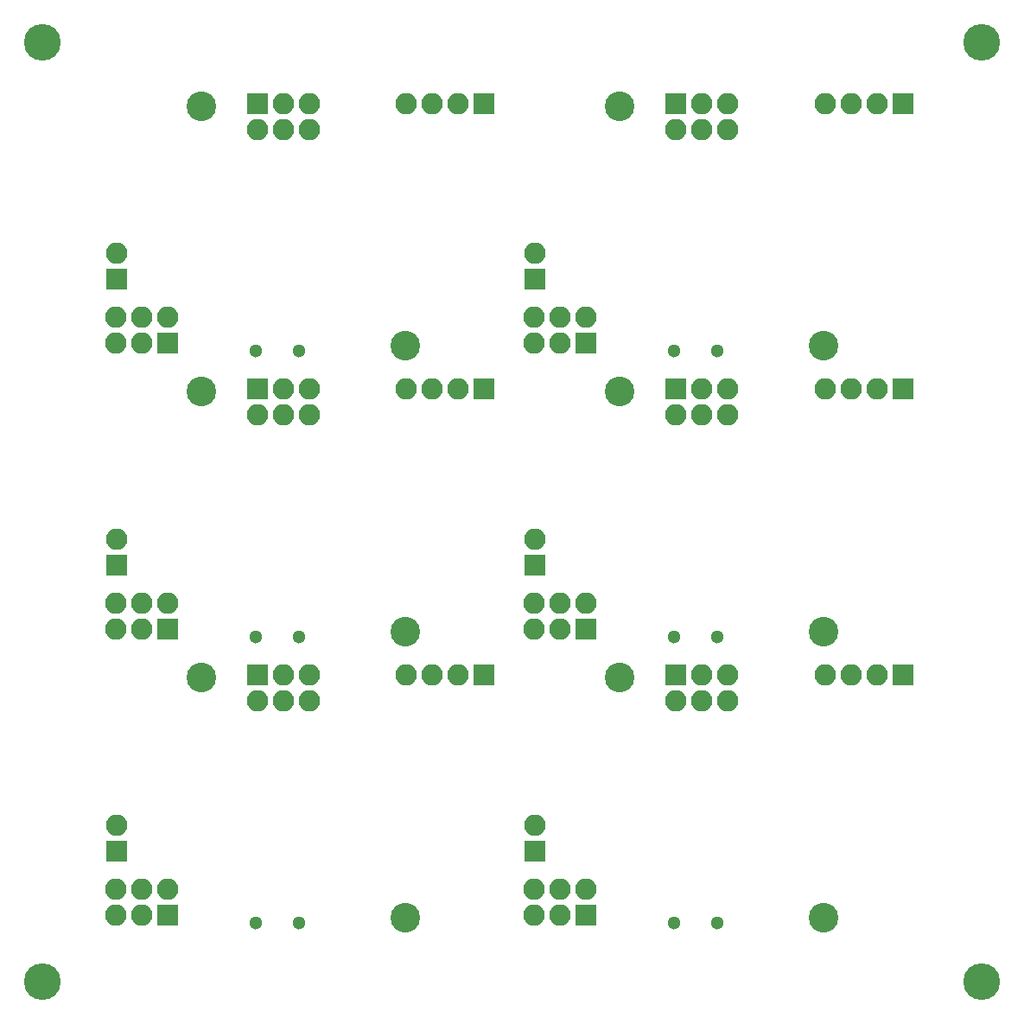
<source format=gbr>
G04 #@! TF.GenerationSoftware,KiCad,Pcbnew,5.0.0*
G04 #@! TF.CreationDate,2018-12-15T19:02:40-05:00*
G04 #@! TF.ProjectId,BT_12V_SmartSwitch-panelized,42545F3132565F536D61727453776974,rev?*
G04 #@! TF.SameCoordinates,Original*
G04 #@! TF.FileFunction,Soldermask,Bot*
G04 #@! TF.FilePolarity,Negative*
%FSLAX46Y46*%
G04 Gerber Fmt 4.6, Leading zero omitted, Abs format (unit mm)*
G04 Created by KiCad (PCBNEW 5.0.0) date Sat Dec 15 19:02:40 2018*
%MOMM*%
%LPD*%
G01*
G04 APERTURE LIST*
%ADD10C,1.300000*%
%ADD11R,2.100000X2.100000*%
%ADD12O,2.100000X2.100000*%
%ADD13C,2.900000*%
%ADD14C,3.600000*%
G04 APERTURE END LIST*
D10*
G04 #@! TO.C,SW1*
X155375000Y-64250000D03*
X159625000Y-64250000D03*
G04 #@! TD*
D11*
G04 #@! TO.C,J3*
X177750000Y-40000000D03*
D12*
X175210000Y-40000000D03*
X172670000Y-40000000D03*
X170130000Y-40000000D03*
G04 #@! TD*
D11*
G04 #@! TO.C,J1*
X141750000Y-57250000D03*
D12*
X141750000Y-54710000D03*
G04 #@! TD*
G04 #@! TO.C,J4*
X160580000Y-42540000D03*
X160580000Y-40000000D03*
X158040000Y-42540000D03*
X158040000Y-40000000D03*
X155500000Y-42540000D03*
D11*
X155500000Y-40000000D03*
G04 #@! TD*
G04 #@! TO.C,J2*
X146750000Y-63500000D03*
D12*
X146750000Y-60960000D03*
X144210000Y-63500000D03*
X144210000Y-60960000D03*
X141670000Y-63500000D03*
X141670000Y-60960000D03*
G04 #@! TD*
D13*
G04 #@! TO.C,REF\002A\002A*
X170000000Y-63750000D03*
G04 #@! TD*
G04 #@! TO.C,REF\002A\002A*
X150000000Y-40250000D03*
G04 #@! TD*
D10*
G04 #@! TO.C,SW1*
X155375000Y-64250000D03*
X159625000Y-64250000D03*
G04 #@! TD*
D11*
G04 #@! TO.C,J3*
X177750000Y-40000000D03*
D12*
X175210000Y-40000000D03*
X172670000Y-40000000D03*
X170130000Y-40000000D03*
G04 #@! TD*
D11*
G04 #@! TO.C,J1*
X141750000Y-57250000D03*
D12*
X141750000Y-54710000D03*
G04 #@! TD*
G04 #@! TO.C,J4*
X160580000Y-42540000D03*
X160580000Y-40000000D03*
X158040000Y-42540000D03*
X158040000Y-40000000D03*
X155500000Y-42540000D03*
D11*
X155500000Y-40000000D03*
G04 #@! TD*
G04 #@! TO.C,J2*
X146750000Y-63500000D03*
D12*
X146750000Y-60960000D03*
X144210000Y-63500000D03*
X144210000Y-60960000D03*
X141670000Y-63500000D03*
X141670000Y-60960000D03*
G04 #@! TD*
D13*
G04 #@! TO.C,REF\002A\002A*
X170000000Y-63750000D03*
G04 #@! TD*
G04 #@! TO.C,REF\002A\002A*
X150000000Y-40250000D03*
G04 #@! TD*
D10*
G04 #@! TO.C,SW1*
X155375000Y-92250000D03*
X159625000Y-92250000D03*
G04 #@! TD*
D11*
G04 #@! TO.C,J3*
X177750000Y-68000000D03*
D12*
X175210000Y-68000000D03*
X172670000Y-68000000D03*
X170130000Y-68000000D03*
G04 #@! TD*
D11*
G04 #@! TO.C,J1*
X141750000Y-85250000D03*
D12*
X141750000Y-82710000D03*
G04 #@! TD*
G04 #@! TO.C,J4*
X160580000Y-70540000D03*
X160580000Y-68000000D03*
X158040000Y-70540000D03*
X158040000Y-68000000D03*
X155500000Y-70540000D03*
D11*
X155500000Y-68000000D03*
G04 #@! TD*
G04 #@! TO.C,J2*
X146750000Y-91500000D03*
D12*
X146750000Y-88960000D03*
X144210000Y-91500000D03*
X144210000Y-88960000D03*
X141670000Y-91500000D03*
X141670000Y-88960000D03*
G04 #@! TD*
D13*
G04 #@! TO.C,REF\002A\002A*
X170000000Y-91750000D03*
G04 #@! TD*
G04 #@! TO.C,REF\002A\002A*
X150000000Y-68250000D03*
G04 #@! TD*
D10*
G04 #@! TO.C,SW1*
X155375000Y-92250000D03*
X159625000Y-92250000D03*
G04 #@! TD*
D11*
G04 #@! TO.C,J3*
X177750000Y-68000000D03*
D12*
X175210000Y-68000000D03*
X172670000Y-68000000D03*
X170130000Y-68000000D03*
G04 #@! TD*
D11*
G04 #@! TO.C,J1*
X141750000Y-85250000D03*
D12*
X141750000Y-82710000D03*
G04 #@! TD*
G04 #@! TO.C,J4*
X160580000Y-70540000D03*
X160580000Y-68000000D03*
X158040000Y-70540000D03*
X158040000Y-68000000D03*
X155500000Y-70540000D03*
D11*
X155500000Y-68000000D03*
G04 #@! TD*
G04 #@! TO.C,J2*
X146750000Y-91500000D03*
D12*
X146750000Y-88960000D03*
X144210000Y-91500000D03*
X144210000Y-88960000D03*
X141670000Y-91500000D03*
X141670000Y-88960000D03*
G04 #@! TD*
D13*
G04 #@! TO.C,REF\002A\002A*
X170000000Y-91750000D03*
G04 #@! TD*
G04 #@! TO.C,REF\002A\002A*
X150000000Y-68250000D03*
G04 #@! TD*
D10*
G04 #@! TO.C,SW1*
X114375000Y-92250000D03*
X118625000Y-92250000D03*
G04 #@! TD*
D11*
G04 #@! TO.C,J3*
X136750000Y-68000000D03*
D12*
X134210000Y-68000000D03*
X131670000Y-68000000D03*
X129130000Y-68000000D03*
G04 #@! TD*
D11*
G04 #@! TO.C,J1*
X100750000Y-85250000D03*
D12*
X100750000Y-82710000D03*
G04 #@! TD*
G04 #@! TO.C,J4*
X119580000Y-70540000D03*
X119580000Y-68000000D03*
X117040000Y-70540000D03*
X117040000Y-68000000D03*
X114500000Y-70540000D03*
D11*
X114500000Y-68000000D03*
G04 #@! TD*
G04 #@! TO.C,J2*
X105750000Y-91500000D03*
D12*
X105750000Y-88960000D03*
X103210000Y-91500000D03*
X103210000Y-88960000D03*
X100670000Y-91500000D03*
X100670000Y-88960000D03*
G04 #@! TD*
D13*
G04 #@! TO.C,REF\002A\002A*
X129000000Y-91750000D03*
G04 #@! TD*
G04 #@! TO.C,REF\002A\002A*
X109000000Y-68250000D03*
G04 #@! TD*
D10*
G04 #@! TO.C,SW1*
X114375000Y-92250000D03*
X118625000Y-92250000D03*
G04 #@! TD*
D11*
G04 #@! TO.C,J3*
X136750000Y-68000000D03*
D12*
X134210000Y-68000000D03*
X131670000Y-68000000D03*
X129130000Y-68000000D03*
G04 #@! TD*
D11*
G04 #@! TO.C,J1*
X100750000Y-85250000D03*
D12*
X100750000Y-82710000D03*
G04 #@! TD*
G04 #@! TO.C,J4*
X119580000Y-70540000D03*
X119580000Y-68000000D03*
X117040000Y-70540000D03*
X117040000Y-68000000D03*
X114500000Y-70540000D03*
D11*
X114500000Y-68000000D03*
G04 #@! TD*
G04 #@! TO.C,J2*
X105750000Y-91500000D03*
D12*
X105750000Y-88960000D03*
X103210000Y-91500000D03*
X103210000Y-88960000D03*
X100670000Y-91500000D03*
X100670000Y-88960000D03*
G04 #@! TD*
D13*
G04 #@! TO.C,REF\002A\002A*
X129000000Y-91750000D03*
G04 #@! TD*
G04 #@! TO.C,REF\002A\002A*
X109000000Y-68250000D03*
G04 #@! TD*
D10*
G04 #@! TO.C,SW1*
X114375000Y-64250000D03*
X118625000Y-64250000D03*
G04 #@! TD*
D11*
G04 #@! TO.C,J3*
X136750000Y-40000000D03*
D12*
X134210000Y-40000000D03*
X131670000Y-40000000D03*
X129130000Y-40000000D03*
G04 #@! TD*
D11*
G04 #@! TO.C,J1*
X100750000Y-57250000D03*
D12*
X100750000Y-54710000D03*
G04 #@! TD*
G04 #@! TO.C,J4*
X119580000Y-42540000D03*
X119580000Y-40000000D03*
X117040000Y-42540000D03*
X117040000Y-40000000D03*
X114500000Y-42540000D03*
D11*
X114500000Y-40000000D03*
G04 #@! TD*
G04 #@! TO.C,J2*
X105750000Y-63500000D03*
D12*
X105750000Y-60960000D03*
X103210000Y-63500000D03*
X103210000Y-60960000D03*
X100670000Y-63500000D03*
X100670000Y-60960000D03*
G04 #@! TD*
D13*
G04 #@! TO.C,REF\002A\002A*
X129000000Y-63750000D03*
G04 #@! TD*
G04 #@! TO.C,REF\002A\002A*
X109000000Y-40250000D03*
G04 #@! TD*
D10*
G04 #@! TO.C,SW1*
X114375000Y-64250000D03*
X118625000Y-64250000D03*
G04 #@! TD*
D11*
G04 #@! TO.C,J3*
X136750000Y-40000000D03*
D12*
X134210000Y-40000000D03*
X131670000Y-40000000D03*
X129130000Y-40000000D03*
G04 #@! TD*
D11*
G04 #@! TO.C,J1*
X100750000Y-57250000D03*
D12*
X100750000Y-54710000D03*
G04 #@! TD*
G04 #@! TO.C,J4*
X119580000Y-42540000D03*
X119580000Y-40000000D03*
X117040000Y-42540000D03*
X117040000Y-40000000D03*
X114500000Y-42540000D03*
D11*
X114500000Y-40000000D03*
G04 #@! TD*
G04 #@! TO.C,J2*
X105750000Y-63500000D03*
D12*
X105750000Y-60960000D03*
X103210000Y-63500000D03*
X103210000Y-60960000D03*
X100670000Y-63500000D03*
X100670000Y-60960000D03*
G04 #@! TD*
D13*
G04 #@! TO.C,REF\002A\002A*
X129000000Y-63750000D03*
G04 #@! TD*
G04 #@! TO.C,REF\002A\002A*
X109000000Y-40250000D03*
G04 #@! TD*
D10*
G04 #@! TO.C,SW1*
X155375000Y-120250000D03*
X159625000Y-120250000D03*
G04 #@! TD*
D11*
G04 #@! TO.C,J3*
X177750000Y-96000000D03*
D12*
X175210000Y-96000000D03*
X172670000Y-96000000D03*
X170130000Y-96000000D03*
G04 #@! TD*
D11*
G04 #@! TO.C,J1*
X141750000Y-113250000D03*
D12*
X141750000Y-110710000D03*
G04 #@! TD*
G04 #@! TO.C,J4*
X160580000Y-98540000D03*
X160580000Y-96000000D03*
X158040000Y-98540000D03*
X158040000Y-96000000D03*
X155500000Y-98540000D03*
D11*
X155500000Y-96000000D03*
G04 #@! TD*
G04 #@! TO.C,J2*
X146750000Y-119500000D03*
D12*
X146750000Y-116960000D03*
X144210000Y-119500000D03*
X144210000Y-116960000D03*
X141670000Y-119500000D03*
X141670000Y-116960000D03*
G04 #@! TD*
D13*
G04 #@! TO.C,REF\002A\002A*
X170000000Y-119750000D03*
G04 #@! TD*
G04 #@! TO.C,REF\002A\002A*
X150000000Y-96250000D03*
G04 #@! TD*
D10*
G04 #@! TO.C,SW1*
X155375000Y-120250000D03*
X159625000Y-120250000D03*
G04 #@! TD*
D11*
G04 #@! TO.C,J3*
X177750000Y-96000000D03*
D12*
X175210000Y-96000000D03*
X172670000Y-96000000D03*
X170130000Y-96000000D03*
G04 #@! TD*
D11*
G04 #@! TO.C,J1*
X141750000Y-113250000D03*
D12*
X141750000Y-110710000D03*
G04 #@! TD*
G04 #@! TO.C,J4*
X160580000Y-98540000D03*
X160580000Y-96000000D03*
X158040000Y-98540000D03*
X158040000Y-96000000D03*
X155500000Y-98540000D03*
D11*
X155500000Y-96000000D03*
G04 #@! TD*
G04 #@! TO.C,J2*
X146750000Y-119500000D03*
D12*
X146750000Y-116960000D03*
X144210000Y-119500000D03*
X144210000Y-116960000D03*
X141670000Y-119500000D03*
X141670000Y-116960000D03*
G04 #@! TD*
D13*
G04 #@! TO.C,REF\002A\002A*
X170000000Y-119750000D03*
G04 #@! TD*
G04 #@! TO.C,REF\002A\002A*
X150000000Y-96250000D03*
G04 #@! TD*
D10*
G04 #@! TO.C,SW1*
X114375000Y-120250000D03*
X118625000Y-120250000D03*
G04 #@! TD*
D11*
G04 #@! TO.C,J3*
X136750000Y-96000000D03*
D12*
X134210000Y-96000000D03*
X131670000Y-96000000D03*
X129130000Y-96000000D03*
G04 #@! TD*
D11*
G04 #@! TO.C,J1*
X100750000Y-113250000D03*
D12*
X100750000Y-110710000D03*
G04 #@! TD*
G04 #@! TO.C,J4*
X119580000Y-98540000D03*
X119580000Y-96000000D03*
X117040000Y-98540000D03*
X117040000Y-96000000D03*
X114500000Y-98540000D03*
D11*
X114500000Y-96000000D03*
G04 #@! TD*
G04 #@! TO.C,J2*
X105750000Y-119500000D03*
D12*
X105750000Y-116960000D03*
X103210000Y-119500000D03*
X103210000Y-116960000D03*
X100670000Y-119500000D03*
X100670000Y-116960000D03*
G04 #@! TD*
D13*
G04 #@! TO.C,REF\002A\002A*
X129000000Y-119750000D03*
G04 #@! TD*
G04 #@! TO.C,REF\002A\002A*
X109000000Y-96250000D03*
G04 #@! TD*
D10*
G04 #@! TO.C,SW1*
X114375000Y-120250000D03*
X118625000Y-120250000D03*
G04 #@! TD*
D11*
G04 #@! TO.C,J3*
X136750000Y-96000000D03*
D12*
X134210000Y-96000000D03*
X131670000Y-96000000D03*
X129130000Y-96000000D03*
G04 #@! TD*
D11*
G04 #@! TO.C,J1*
X100750000Y-113250000D03*
D12*
X100750000Y-110710000D03*
G04 #@! TD*
G04 #@! TO.C,J4*
X119580000Y-98540000D03*
X119580000Y-96000000D03*
X117040000Y-98540000D03*
X117040000Y-96000000D03*
X114500000Y-98540000D03*
D11*
X114500000Y-96000000D03*
G04 #@! TD*
G04 #@! TO.C,J2*
X105750000Y-119500000D03*
D12*
X105750000Y-116960000D03*
X103210000Y-119500000D03*
X103210000Y-116960000D03*
X100670000Y-119500000D03*
X100670000Y-116960000D03*
G04 #@! TD*
D13*
G04 #@! TO.C,REF\002A\002A*
X129000000Y-119750000D03*
G04 #@! TD*
G04 #@! TO.C,REF\002A\002A*
X109000000Y-96250000D03*
G04 #@! TD*
D14*
G04 #@! TO.C,REF\002A\002A*
X93500000Y-34000000D03*
G04 #@! TD*
G04 #@! TO.C,REF\002A\002A*
X185500000Y-34000000D03*
G04 #@! TD*
G04 #@! TO.C,REF\002A\002A*
X185500000Y-126000000D03*
G04 #@! TD*
G04 #@! TO.C,REF\002A\002A*
X93500000Y-126000000D03*
G04 #@! TD*
M02*

</source>
